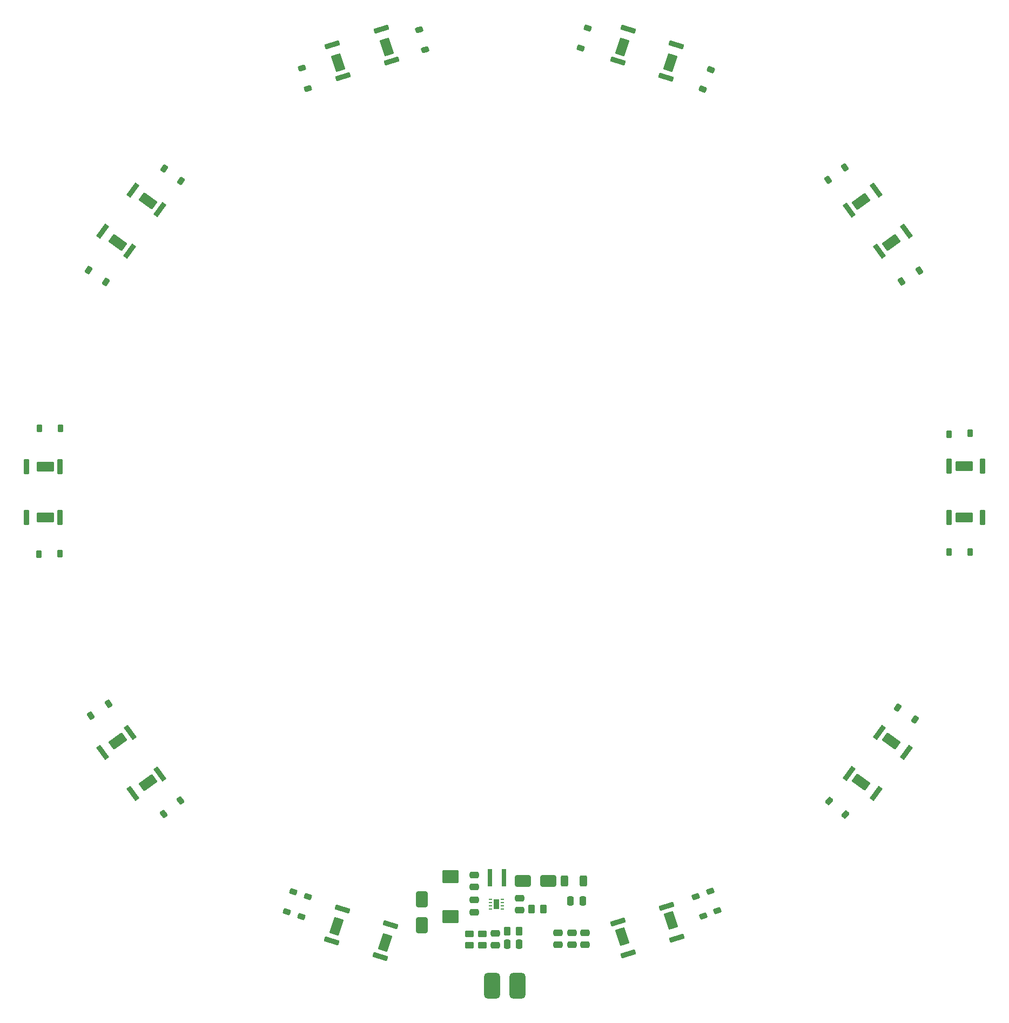
<source format=gbr>
%TF.GenerationSoftware,KiCad,Pcbnew,9.0.6*%
%TF.CreationDate,2026-01-21T21:36:57+08:00*%
%TF.ProjectId,Ledx10,4c656478-3130-42e6-9b69-6361645f7063,rev?*%
%TF.SameCoordinates,Original*%
%TF.FileFunction,Soldermask,Top*%
%TF.FilePolarity,Negative*%
%FSLAX46Y46*%
G04 Gerber Fmt 4.6, Leading zero omitted, Abs format (unit mm)*
G04 Created by KiCad (PCBNEW 9.0.6) date 2026-01-21 21:36:57*
%MOMM*%
%LPD*%
G01*
G04 APERTURE LIST*
G04 Aperture macros list*
%AMRoundRect*
0 Rectangle with rounded corners*
0 $1 Rounding radius*
0 $2 $3 $4 $5 $6 $7 $8 $9 X,Y pos of 4 corners*
0 Add a 4 corners polygon primitive as box body*
4,1,4,$2,$3,$4,$5,$6,$7,$8,$9,$2,$3,0*
0 Add four circle primitives for the rounded corners*
1,1,$1+$1,$2,$3*
1,1,$1+$1,$4,$5*
1,1,$1+$1,$6,$7*
1,1,$1+$1,$8,$9*
0 Add four rect primitives between the rounded corners*
20,1,$1+$1,$2,$3,$4,$5,0*
20,1,$1+$1,$4,$5,$6,$7,0*
20,1,$1+$1,$6,$7,$8,$9,0*
20,1,$1+$1,$8,$9,$2,$3,0*%
G04 Aperture macros list end*
%ADD10RoundRect,0.225000X0.225000X0.375000X-0.225000X0.375000X-0.225000X-0.375000X0.225000X-0.375000X0*%
%ADD11RoundRect,0.225000X0.424398X-0.105529X0.292831X0.324808X-0.424398X0.105529X-0.292831X-0.324808X0*%
%ADD12RoundRect,0.250000X0.475000X-0.250000X0.475000X0.250000X-0.475000X0.250000X-0.475000X-0.250000X0*%
%ADD13RoundRect,0.250000X-0.250000X-0.475000X0.250000X-0.475000X0.250000X0.475000X-0.250000X0.475000X0*%
%ADD14RoundRect,0.100000X-0.300000X-1.100000X0.300000X-1.100000X0.300000X1.100000X-0.300000X1.100000X0*%
%ADD15RoundRect,0.100000X-1.215000X-0.660000X1.215000X-0.660000X1.215000X0.660000X-1.215000X0.660000X0*%
%ADD16RoundRect,0.100000X1.138867X0.054602X0.953457X0.625236X-1.138867X-0.054602X-0.953457X-0.625236X0*%
%ADD17RoundRect,0.100000X1.003153X-0.951582X0.252242X1.359485X-1.003153X0.951582X-0.252242X-1.359485X0*%
%ADD18RoundRect,0.250000X1.045000X-0.785000X1.045000X0.785000X-1.045000X0.785000X-1.045000X-0.785000X0*%
%ADD19RoundRect,0.225000X-0.061137X0.433027X-0.410853X0.149833X0.061137X-0.433027X0.410853X-0.149833X0*%
%ADD20RoundRect,0.100000X-0.953457X0.625236X-1.138867X0.054602X0.953457X-0.625236X1.138867X-0.054602X0*%
%ADD21RoundRect,0.100000X-0.252242X1.359485X-1.003153X-0.951582X0.252242X-1.359485X1.003153X0.951582X0*%
%ADD22RoundRect,0.100000X0.403859X-1.066254X0.889269X-0.713583X-0.403859X1.066254X-0.889269X0.713583X0*%
%ADD23RoundRect,0.100000X-0.595017X-1.248110X1.370894X0.180208X0.595017X1.248110X-1.370894X-0.180208X0*%
%ADD24RoundRect,0.100000X-0.889269X-0.713583X-0.403859X-1.066254X0.889269X0.713583X0.403859X1.066254X0*%
%ADD25RoundRect,0.100000X-1.370894X0.180208X0.595017X-1.248110X1.370894X-0.180208X-0.595017X1.248110X0*%
%ADD26RoundRect,0.250000X0.450000X-0.262500X0.450000X0.262500X-0.450000X0.262500X-0.450000X-0.262500X0*%
%ADD27R,0.500000X0.250000*%
%ADD28R,0.900000X1.600000*%
%ADD29RoundRect,0.250000X-0.650000X1.000000X-0.650000X-1.000000X0.650000X-1.000000X0.650000X1.000000X0*%
%ADD30RoundRect,0.225000X-0.399400X-0.178127X-0.030782X-0.436237X0.399400X0.178127X0.030782X0.436237X0*%
%ADD31RoundRect,0.225000X0.396231X0.185071X0.023164X0.436707X-0.396231X-0.185071X-0.023164X-0.436707X0*%
%ADD32RoundRect,0.225000X0.287117X-0.329869X0.426175X0.098106X-0.287117X0.329869X-0.426175X-0.098106X0*%
%ADD33RoundRect,0.250000X-0.475000X0.250000X-0.475000X-0.250000X0.475000X-0.250000X0.475000X0.250000X0*%
%ADD34RoundRect,0.225000X0.218421X0.378870X-0.231510X0.371016X-0.218421X-0.378870X0.231510X-0.371016X0*%
%ADD35RoundRect,0.250000X1.000000X0.650000X-1.000000X0.650000X-1.000000X-0.650000X1.000000X-0.650000X0*%
%ADD36RoundRect,0.100000X0.889269X0.713583X0.403859X1.066254X-0.889269X-0.713583X-0.403859X-1.066254X0*%
%ADD37RoundRect,0.100000X1.370894X-0.180208X-0.595017X1.248110X-1.370894X0.180208X0.595017X-1.248110X0*%
%ADD38RoundRect,0.100000X0.300000X1.100000X-0.300000X1.100000X-0.300000X-1.100000X0.300000X-1.100000X0*%
%ADD39RoundRect,0.100000X1.215000X0.660000X-1.215000X0.660000X-1.215000X-0.660000X1.215000X-0.660000X0*%
%ADD40RoundRect,0.250000X-0.312500X-0.625000X0.312500X-0.625000X0.312500X0.625000X-0.312500X0.625000X0*%
%ADD41RoundRect,0.100000X-1.138867X-0.054602X-0.953457X-0.625236X1.138867X0.054602X0.953457X0.625236X0*%
%ADD42RoundRect,0.100000X-1.003153X0.951582X-0.252242X-1.359485X1.003153X-0.951582X0.252242X1.359485X0*%
%ADD43RoundRect,0.225000X-0.413405X-0.142639X-0.068685X-0.431894X0.413405X0.142639X0.068685X0.431894X0*%
%ADD44RoundRect,0.100000X-0.403859X1.066254X-0.889269X0.713583X0.403859X-1.066254X0.889269X-0.713583X0*%
%ADD45RoundRect,0.100000X0.595017X1.248110X-1.370894X-0.180208X-0.595017X-1.248110X1.370894X0.180208X0*%
%ADD46RoundRect,0.250000X0.262500X0.450000X-0.262500X0.450000X-0.262500X-0.450000X0.262500X-0.450000X0*%
%ADD47RoundRect,0.225000X0.007909X-0.437250X0.389531X-0.198786X-0.007909X0.437250X-0.389531X0.198786X0*%
%ADD48RoundRect,0.500000X-0.750000X-1.500000X0.750000X-1.500000X0.750000X1.500000X-0.750000X1.500000X0*%
%ADD49RoundRect,0.225000X0.263407X-0.349094X0.431980X0.068139X-0.263407X0.349094X-0.431980X-0.068139X0*%
%ADD50RoundRect,0.225000X-0.225000X-0.375000X0.225000X-0.375000X0.225000X0.375000X-0.225000X0.375000X0*%
%ADD51R,0.800000X2.700000*%
%ADD52RoundRect,0.225000X-0.211776X-0.382624X0.237950X-0.366919X0.211776X0.382624X-0.237950X0.366919X0*%
%ADD53RoundRect,0.225000X-0.429339X0.083173X-0.275430X-0.339688X0.429339X-0.083173X0.275430X0.339688X0*%
%ADD54RoundRect,0.250000X-0.262500X-0.450000X0.262500X-0.450000X0.262500X0.450000X-0.262500X0.450000X0*%
%ADD55RoundRect,0.225000X0.402448X0.171130X0.038391X0.435633X-0.402448X-0.171130X-0.038391X-0.435633X0*%
%ADD56RoundRect,0.225000X-0.015539X0.437045X-0.392941X0.191958X0.015539X-0.437045X0.392941X-0.191958X0*%
%ADD57RoundRect,0.225000X0.422492X-0.112920X0.298455X0.319648X-0.422492X0.112920X-0.298455X-0.319648X0*%
%ADD58RoundRect,0.225000X0.281317X-0.334830X0.427822X0.090654X-0.281317X0.334830X-0.427822X-0.090654X0*%
%ADD59RoundRect,0.225000X0.038391X-0.435633X0.402448X-0.171130X-0.038391X0.435633X-0.402448X0.171130X0*%
G04 APERTURE END LIST*
D10*
%TO.C,D11*%
X28218400Y-87477600D03*
X24918400Y-87477600D03*
%TD*%
D11*
%TO.C,D18*%
X67005014Y-34166095D03*
X66040186Y-31010305D03*
%TD*%
D12*
%TO.C,C6*%
X100126800Y-163003800D03*
X100126800Y-161103800D03*
%TD*%
D13*
%TO.C,C7*%
X108137600Y-161569400D03*
X110037600Y-161569400D03*
%TD*%
D12*
%TO.C,C4*%
X96367600Y-168520200D03*
X96367600Y-166620200D03*
%TD*%
D14*
%TO.C,D39*%
X22884100Y-101434900D03*
X28154100Y-101434900D03*
D15*
X25819100Y-101434900D03*
%TD*%
D16*
%TO.C,D1*%
X117170200Y-169875200D03*
X115541683Y-164863135D03*
D17*
X116263235Y-167083849D03*
%TD*%
D18*
%TO.C,C2*%
X89357200Y-163993400D03*
X89357200Y-157753400D03*
%TD*%
D19*
%TO.C,D8*%
X46976891Y-145799022D03*
X44412309Y-147875778D03*
%TD*%
D20*
%TO.C,D36*%
X117170200Y-24866600D03*
X115541682Y-29878668D03*
D21*
X116263236Y-27657951D03*
%TD*%
D22*
%TO.C,D40*%
X39547800Y-144703800D03*
X43811314Y-141606150D03*
D23*
X41922264Y-142978632D03*
%TD*%
D24*
%TO.C,D13*%
X39547800Y-50088800D03*
X43811338Y-53186418D03*
D25*
X41922283Y-51813944D03*
%TD*%
D22*
%TO.C,D7*%
X34833449Y-138233767D03*
X39096957Y-135136122D03*
D23*
X37207911Y-136508600D03*
%TD*%
D26*
%TO.C,R1*%
X92303600Y-168502700D03*
X92303600Y-166677700D03*
%TD*%
D14*
%TO.C,D10*%
X22884101Y-93433900D03*
X28154101Y-93433900D03*
D15*
X25819101Y-93433900D03*
%TD*%
D13*
%TO.C,C5*%
X98211600Y-168290200D03*
X100111600Y-168290200D03*
%TD*%
D27*
%TO.C,U1*%
X95570000Y-161291800D03*
X95570000Y-161791800D03*
X95570000Y-162291800D03*
X95570000Y-162791800D03*
X97470000Y-162791800D03*
X97470000Y-162291800D03*
X97470000Y-161791800D03*
X97470000Y-161291800D03*
D28*
X96520000Y-162041800D03*
%TD*%
D29*
%TO.C,D32*%
X84836000Y-161311800D03*
X84836000Y-165311800D03*
%TD*%
D30*
%TO.C,D30*%
X159455795Y-131209787D03*
X162159005Y-133102613D03*
%TD*%
D31*
%TO.C,D15*%
X35353108Y-64498862D03*
X32617292Y-62653538D03*
%TD*%
D32*
%TO.C,D6*%
X65987322Y-164002244D03*
X67007078Y-160863756D03*
%TD*%
D33*
%TO.C,C8*%
X106197400Y-166507400D03*
X106197400Y-168407400D03*
%TD*%
D20*
%TO.C,D41*%
X79951764Y-165261546D03*
X78323246Y-170273614D03*
D21*
X79044800Y-168052897D03*
%TD*%
D34*
%TO.C,D12*%
X28116553Y-107108414D03*
X24817047Y-107165986D03*
%TD*%
D35*
%TO.C,D19*%
X104666800Y-158435000D03*
X100666800Y-158435000D03*
%TD*%
D36*
%TO.C,D33*%
X160809830Y-138213213D03*
X156546314Y-135115599D03*
D37*
X158435369Y-136488073D03*
%TD*%
D38*
%TO.C,D34*%
X172746697Y-93383100D03*
X167476697Y-93383100D03*
D39*
X169811697Y-93383100D03*
%TD*%
D40*
%TO.C,R5*%
X107198700Y-158445200D03*
X110123700Y-158445200D03*
%TD*%
D41*
%TO.C,D16*%
X78455018Y-24897762D03*
X80083535Y-29909827D03*
D42*
X79361983Y-27689113D03*
%TD*%
D12*
%TO.C,C10*%
X110413800Y-168407400D03*
X110413800Y-166507400D03*
%TD*%
D26*
%TO.C,R2*%
X94284800Y-168502700D03*
X94284800Y-166677700D03*
%TD*%
D43*
%TO.C,D31*%
X148697624Y-145903800D03*
X151225576Y-148025000D03*
%TD*%
D44*
%TO.C,D35*%
X156072949Y-50132632D03*
X151809435Y-53230282D03*
D45*
X153698485Y-51857800D03*
%TD*%
D20*
%TO.C,D4*%
X72357164Y-162765849D03*
X70728646Y-167777917D03*
D21*
X71450200Y-165557200D03*
%TD*%
D33*
%TO.C,C3*%
X93014800Y-161396600D03*
X93014800Y-163296600D03*
%TD*%
D46*
%TO.C,R3*%
X100074100Y-166258200D03*
X98249100Y-166258200D03*
%TD*%
D12*
%TO.C,C9*%
X108356400Y-168407400D03*
X108356400Y-166507400D03*
%TD*%
D41*
%TO.C,D37*%
X70819065Y-27349580D03*
X72447602Y-32361636D03*
D42*
X71726041Y-30140933D03*
%TD*%
D32*
%TO.C,D5*%
X63701322Y-163214844D03*
X64721078Y-160076356D03*
%TD*%
D47*
%TO.C,D24*%
X159992320Y-64450567D03*
X162790880Y-62701833D03*
%TD*%
D48*
%TO.C,J1*%
X95840800Y-174853600D03*
X99840800Y-174853600D03*
%TD*%
D49*
%TO.C,D21*%
X128896499Y-34321253D03*
X130132701Y-31261547D03*
%TD*%
D50*
%TO.C,D27*%
X167514009Y-106857809D03*
X170813991Y-106857791D03*
%TD*%
D51*
%TO.C,L1*%
X95470800Y-157927000D03*
X97670800Y-157927000D03*
%TD*%
D38*
%TO.C,D26*%
X172746700Y-101384100D03*
X167476700Y-101384100D03*
D39*
X169811700Y-101384100D03*
%TD*%
D52*
%TO.C,D28*%
X167438807Y-88373399D03*
X170736793Y-88258201D03*
%TD*%
D53*
%TO.C,D2*%
X130023060Y-159999827D03*
X131151726Y-163100813D03*
%TD*%
D44*
%TO.C,D23*%
X160822743Y-56584252D03*
X156559239Y-59681882D03*
D45*
X158448289Y-58309401D03*
%TD*%
D12*
%TO.C,C1*%
X93014800Y-159334200D03*
X93014800Y-157434200D03*
%TD*%
D53*
%TO.C,D3*%
X127807267Y-160831707D03*
X128935933Y-163932693D03*
%TD*%
D54*
%TO.C,R4*%
X102059100Y-162803800D03*
X103884100Y-162803800D03*
%TD*%
D55*
%TO.C,D14*%
X47105679Y-48645645D03*
X44435921Y-46705955D03*
%TD*%
D56*
%TO.C,D9*%
X35724607Y-130673346D03*
X32956993Y-132470654D03*
%TD*%
D24*
%TO.C,D38*%
X34801683Y-56592386D03*
X39065199Y-59690000D03*
D25*
X37176144Y-58317526D03*
%TD*%
D57*
%TO.C,D17*%
X85341601Y-28129082D03*
X84431999Y-24956918D03*
%TD*%
D58*
%TO.C,D22*%
X109724217Y-27874500D03*
X110798583Y-24754300D03*
%TD*%
D59*
%TO.C,D25*%
X148474321Y-48493245D03*
X151144079Y-46553555D03*
%TD*%
D16*
%TO.C,D42*%
X124790200Y-167386000D03*
X123161662Y-162373955D03*
D17*
X123883218Y-164594636D03*
%TD*%
D36*
%TO.C,D29*%
X156083000Y-144653000D03*
X151819479Y-141555367D03*
D37*
X153708533Y-142927846D03*
%TD*%
D20*
%TO.C,D20*%
X124736779Y-27367141D03*
X123108261Y-32379209D03*
D21*
X123829815Y-30158492D03*
%TD*%
M02*

</source>
